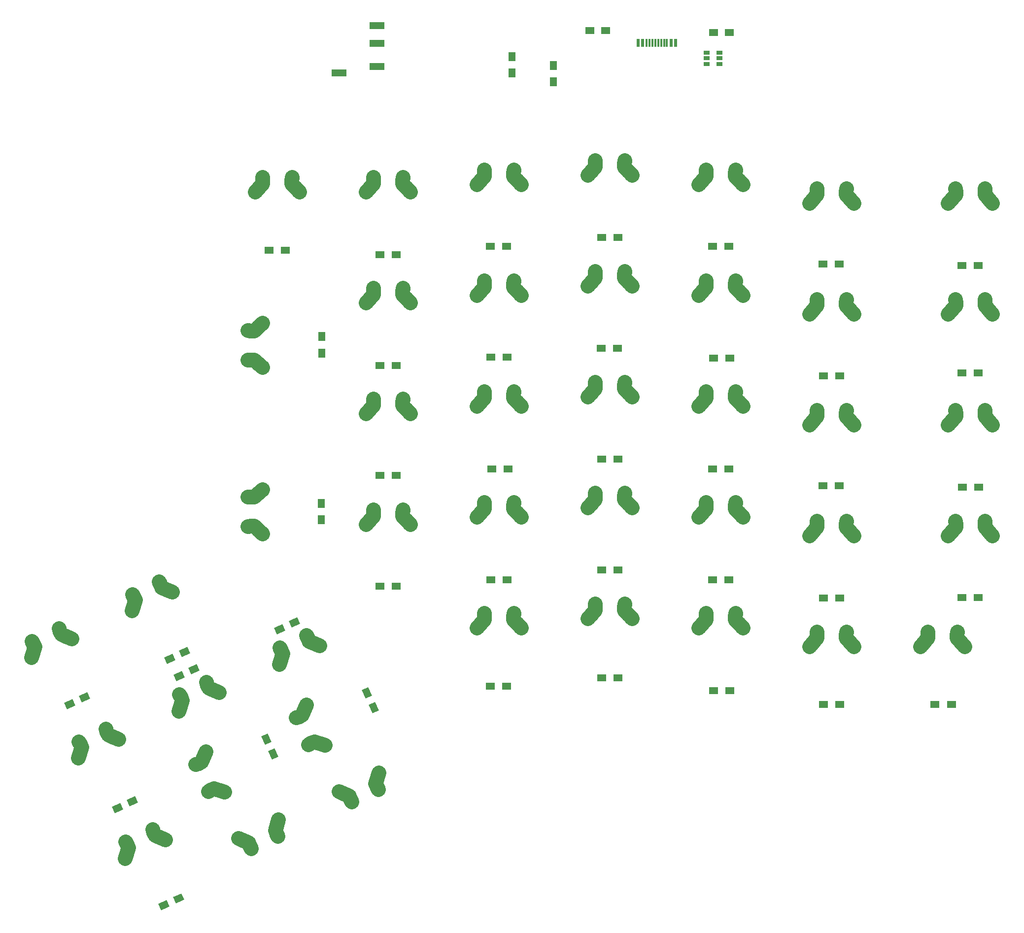
<source format=gtp>
G04 #@! TF.GenerationSoftware,KiCad,Pcbnew,(5.0.2)-1*
G04 #@! TF.CreationDate,2019-04-21T13:46:39+05:30*
G04 #@! TF.ProjectId,ErgodoxBle,4572676f-646f-4784-926c-652e6b696361,rev?*
G04 #@! TF.SameCoordinates,Original*
G04 #@! TF.FileFunction,Paste,Top*
G04 #@! TF.FilePolarity,Positive*
%FSLAX46Y46*%
G04 Gerber Fmt 4.6, Leading zero omitted, Abs format (unit mm)*
G04 Created by KiCad (PCBNEW (5.0.2)-1) date 4/21/2019 1:46:39 PM*
%MOMM*%
%LPD*%
G01*
G04 APERTURE LIST*
%ADD10R,0.300000X1.450000*%
%ADD11R,0.600000X1.450000*%
%ADD12C,2.500000*%
%ADD13C,2.500000*%
%ADD14C,1.200000*%
%ADD15C,0.100000*%
%ADD16R,1.600000X1.200000*%
%ADD17R,1.200000X1.600000*%
%ADD18R,1.500000X1.200000*%
%ADD19R,2.500000X1.200000*%
%ADD20R,1.060000X0.650000*%
G04 APERTURE END LIST*
D10*
G04 #@! TO.C,USB_C1*
X137826560Y-36917700D03*
X137326560Y-36917700D03*
X136826560Y-36917700D03*
X138326560Y-36917700D03*
X136326560Y-36917700D03*
X138826560Y-36917700D03*
X135826560Y-36917700D03*
X139326560Y-36917700D03*
D11*
X140026560Y-36917700D03*
X135126560Y-36917700D03*
X140801560Y-36917700D03*
X134351560Y-36917700D03*
G04 #@! TD*
D12*
G04 #@! TO.C,SW3:13*
X193972500Y-100312660D03*
D13*
X193992499Y-100022660D02*
X193952501Y-100602660D01*
D12*
X188297500Y-101832660D03*
D13*
X187642505Y-102562664D02*
X188952495Y-101102656D01*
D12*
X188932500Y-100312660D03*
D13*
X188912501Y-100022660D02*
X188952499Y-100602660D01*
D12*
X194607500Y-101832660D03*
D13*
X195262495Y-102562664D02*
X193952505Y-101102656D01*
G04 #@! TD*
D12*
G04 #@! TO.C,SW2:13*
X193972500Y-119362660D03*
D13*
X193992499Y-119072660D02*
X193952501Y-119652660D01*
D12*
X188297500Y-120882660D03*
D13*
X187642505Y-121612664D02*
X188952495Y-120152656D01*
D12*
X188932500Y-119362660D03*
D13*
X188912501Y-119072660D02*
X188952499Y-119652660D01*
D12*
X194607500Y-120882660D03*
D13*
X195262495Y-121612664D02*
X193952505Y-120152656D01*
G04 #@! TD*
D14*
G04 #@! TO.C,D0:1*
X52901749Y-185140446D03*
D15*
G36*
X52430274Y-186022325D02*
X51923132Y-184934756D01*
X53373224Y-184258567D01*
X53880366Y-185346136D01*
X52430274Y-186022325D01*
X52430274Y-186022325D01*
G37*
D14*
X55439411Y-183957114D03*
D15*
G36*
X54967936Y-184838993D02*
X54460794Y-183751424D01*
X55910886Y-183075235D01*
X56418028Y-184162804D01*
X54967936Y-184838993D01*
X54967936Y-184838993D01*
G37*
G04 #@! TD*
D14*
G04 #@! TO.C,D0:2*
X70487788Y-156587000D03*
D15*
G36*
X71369667Y-157058475D02*
X70282098Y-157565617D01*
X69605909Y-156115525D01*
X70693478Y-155608383D01*
X71369667Y-157058475D01*
X71369667Y-157058475D01*
G37*
D14*
X71671120Y-159124662D03*
D15*
G36*
X72552999Y-159596137D02*
X71465430Y-160103279D01*
X70789241Y-158653187D01*
X71876810Y-158146045D01*
X72552999Y-159596137D01*
X72552999Y-159596137D01*
G37*
G04 #@! TD*
D14*
G04 #@! TO.C,D0:3*
X88983666Y-151128831D03*
D15*
G36*
X89865545Y-151600306D02*
X88777976Y-152107448D01*
X88101787Y-150657356D01*
X89189356Y-150150214D01*
X89865545Y-151600306D01*
X89865545Y-151600306D01*
G37*
D14*
X87800334Y-148591169D03*
D15*
G36*
X88682213Y-149062644D02*
X87594644Y-149569786D01*
X86918455Y-148119694D01*
X88006024Y-147612552D01*
X88682213Y-149062644D01*
X88682213Y-149062644D01*
G37*
G04 #@! TD*
D14*
G04 #@! TO.C,D0:4*
X47476600Y-167261788D03*
D15*
G36*
X47005125Y-168143667D02*
X46497983Y-167056098D01*
X47948075Y-166379909D01*
X48455217Y-167467478D01*
X47005125Y-168143667D01*
X47005125Y-168143667D01*
G37*
D14*
X44938938Y-168445120D03*
D15*
G36*
X44467463Y-169326999D02*
X43960321Y-168239430D01*
X45410413Y-167563241D01*
X45917555Y-168650810D01*
X44467463Y-169326999D01*
X44467463Y-169326999D01*
G37*
G04 #@! TD*
D14*
G04 #@! TO.C,D0:5*
X53905138Y-142765720D03*
D15*
G36*
X53433663Y-143647599D02*
X52926521Y-142560030D01*
X54376613Y-141883841D01*
X54883755Y-142971410D01*
X53433663Y-143647599D01*
X53433663Y-143647599D01*
G37*
D14*
X56442800Y-141582388D03*
D15*
G36*
X55971325Y-142464267D02*
X55464183Y-141376698D01*
X56914275Y-140700509D01*
X57421417Y-141788078D01*
X55971325Y-142464267D01*
X55971325Y-142464267D01*
G37*
G04 #@! TD*
D14*
G04 #@! TO.C,D0:6*
X39241831Y-149395334D03*
D15*
G36*
X38770356Y-150277213D02*
X38263214Y-149189644D01*
X39713306Y-148513455D01*
X40220448Y-149601024D01*
X38770356Y-150277213D01*
X38770356Y-150277213D01*
G37*
D14*
X36704169Y-150578666D03*
D15*
G36*
X36232694Y-151460545D02*
X35725552Y-150372976D01*
X37175644Y-149696787D01*
X37682786Y-150784356D01*
X36232694Y-151460545D01*
X36232694Y-151460545D01*
G37*
G04 #@! TD*
D16*
G04 #@! TO.C,D1:0*
X188183980Y-150588980D03*
X185383980Y-150588980D03*
G04 #@! TD*
G04 #@! TO.C,D1:2*
X150117000Y-148209000D03*
X147317000Y-148209000D03*
G04 #@! TD*
G04 #@! TO.C,D1:3*
X128140000Y-146050000D03*
X130940000Y-146050000D03*
G04 #@! TD*
G04 #@! TO.C,D1:4*
X111763000Y-147447000D03*
X108963000Y-147447000D03*
G04 #@! TD*
D14*
G04 #@! TO.C,D1:5*
X75309831Y-136484668D03*
D15*
G36*
X74838356Y-137366547D02*
X74331214Y-136278978D01*
X75781306Y-135602789D01*
X76288448Y-136690358D01*
X74838356Y-137366547D01*
X74838356Y-137366547D01*
G37*
D14*
X72772169Y-137668000D03*
D15*
G36*
X72300694Y-138549879D02*
X71793552Y-137462310D01*
X73243644Y-136786121D01*
X73750786Y-137873690D01*
X72300694Y-138549879D01*
X72300694Y-138549879D01*
G37*
G04 #@! TD*
D14*
G04 #@! TO.C,D1:6*
X55500169Y-145752666D03*
D15*
G36*
X55028694Y-146634545D02*
X54521552Y-145546976D01*
X55971644Y-144870787D01*
X56478786Y-145958356D01*
X55028694Y-146634545D01*
X55028694Y-146634545D01*
G37*
D14*
X58037831Y-144569334D03*
D15*
G36*
X57566356Y-145451213D02*
X57059214Y-144363644D01*
X58509306Y-143687455D01*
X59016448Y-144775024D01*
X57566356Y-145451213D01*
X57566356Y-145451213D01*
G37*
G04 #@! TD*
D16*
G04 #@! TO.C,D1:!1*
X169040000Y-150563580D03*
X166240000Y-150563580D03*
G04 #@! TD*
G04 #@! TO.C,D2:0*
X189989000Y-132207000D03*
X192789000Y-132207000D03*
G04 #@! TD*
G04 #@! TO.C,D2:1*
X166240000Y-132334000D03*
X169040000Y-132334000D03*
G04 #@! TD*
G04 #@! TO.C,D2:2*
X149990000Y-129159000D03*
X147190000Y-129159000D03*
G04 #@! TD*
G04 #@! TO.C,D2:3*
X128140000Y-127508000D03*
X130940000Y-127508000D03*
G04 #@! TD*
G04 #@! TO.C,D2:4*
X111890000Y-129159000D03*
X109090000Y-129159000D03*
G04 #@! TD*
G04 #@! TO.C,D2:5*
X90040000Y-130302000D03*
X92840000Y-130302000D03*
G04 #@! TD*
D17*
G04 #@! TO.C,D2:6*
X79959200Y-116049600D03*
X79959200Y-118849600D03*
G04 #@! TD*
D16*
G04 #@! TO.C,D3:0*
X192916000Y-113284000D03*
X190116000Y-113284000D03*
G04 #@! TD*
G04 #@! TO.C,D3:1*
X166113000Y-113030000D03*
X168913000Y-113030000D03*
G04 #@! TD*
G04 #@! TO.C,D3:2*
X149990000Y-110109000D03*
X147190000Y-110109000D03*
G04 #@! TD*
G04 #@! TO.C,D3:3*
X128140000Y-108458000D03*
X130940000Y-108458000D03*
G04 #@! TD*
G04 #@! TO.C,D3:4*
X112017000Y-110109000D03*
X109217000Y-110109000D03*
G04 #@! TD*
G04 #@! TO.C,D3:5*
X90040000Y-111252000D03*
X92840000Y-111252000D03*
G04 #@! TD*
G04 #@! TO.C,D4:0*
X192763600Y-93599000D03*
X189963600Y-93599000D03*
G04 #@! TD*
G04 #@! TO.C,D4:1*
X166240000Y-94107000D03*
X169040000Y-94107000D03*
G04 #@! TD*
G04 #@! TO.C,D4:2*
X150117000Y-91059000D03*
X147317000Y-91059000D03*
G04 #@! TD*
G04 #@! TO.C,D4:3*
X128013000Y-89408000D03*
X130813000Y-89408000D03*
G04 #@! TD*
G04 #@! TO.C,D4:4*
X111890000Y-90932000D03*
X109090000Y-90932000D03*
G04 #@! TD*
G04 #@! TO.C,D4:5*
X90040000Y-92329000D03*
X92840000Y-92329000D03*
G04 #@! TD*
D17*
G04 #@! TO.C,D4:6*
X80010000Y-87398400D03*
X80010000Y-90198400D03*
G04 #@! TD*
D16*
G04 #@! TO.C,D5:0*
X189989000Y-75184000D03*
X192789000Y-75184000D03*
G04 #@! TD*
G04 #@! TO.C,D5:1*
X168913000Y-74930000D03*
X166113000Y-74930000D03*
G04 #@! TD*
G04 #@! TO.C,D5:2*
X147190000Y-71882000D03*
X149990000Y-71882000D03*
G04 #@! TD*
G04 #@! TO.C,D5:3*
X130940000Y-70358000D03*
X128140000Y-70358000D03*
G04 #@! TD*
G04 #@! TO.C,D5:4*
X108963000Y-71882000D03*
X111763000Y-71882000D03*
G04 #@! TD*
G04 #@! TO.C,D5:5*
X92840000Y-73279000D03*
X90040000Y-73279000D03*
G04 #@! TD*
G04 #@! TO.C,D5:6*
X70990000Y-72517000D03*
X73790000Y-72517000D03*
G04 #@! TD*
D12*
G04 #@! TO.C,SW0:7*
X34958494Y-137862488D03*
D13*
X34854060Y-137591207D02*
X35062928Y-138133769D01*
D12*
X30457577Y-141638434D03*
D13*
X30172463Y-142576856D02*
X30742691Y-140700012D01*
D12*
X30390703Y-139992484D03*
D13*
X30250018Y-139738107D02*
X30531388Y-140246861D01*
D12*
X36176379Y-138971713D03*
D13*
X37078520Y-139356509D02*
X35274238Y-138586917D01*
G04 #@! TD*
D12*
G04 #@! TO.C,SW0:8*
X52222874Y-129813228D03*
D13*
X52118440Y-129541947D02*
X52327308Y-130084509D01*
D12*
X47721957Y-133589174D03*
D13*
X47436843Y-134527596D02*
X48007071Y-132650752D01*
D12*
X47655083Y-131943224D03*
D13*
X47514398Y-131688847D02*
X47795768Y-132197601D01*
D12*
X53440759Y-130922453D03*
D13*
X54342900Y-131307249D02*
X52538618Y-130537657D01*
G04 #@! TD*
D12*
G04 #@! TO.C,SW0:9*
X44225639Y-156236093D03*
D13*
X45127780Y-156620889D02*
X43323498Y-155851297D01*
D12*
X38439963Y-157256864D03*
D13*
X38299278Y-157002487D02*
X38580648Y-157511241D01*
D12*
X38506837Y-158902814D03*
D13*
X38221723Y-159841236D02*
X38791951Y-157964392D01*
D12*
X43007754Y-155126868D03*
D13*
X42903320Y-154855587D02*
X43112188Y-155398149D01*
G04 #@! TD*
D12*
G04 #@! TO.C,SW0:10*
X77005873Y-151588041D03*
D13*
X77390669Y-150685900D02*
X76621077Y-152490182D01*
D12*
X78026644Y-157373717D03*
D13*
X77772267Y-157514402D02*
X78281021Y-157233032D01*
D12*
X79672594Y-157306843D03*
D13*
X80611016Y-157591957D02*
X78734172Y-157021729D01*
D12*
X75896648Y-152805926D03*
D13*
X75625367Y-152910360D02*
X76167929Y-152701492D01*
G04 #@! TD*
D12*
G04 #@! TO.C,SW0:11*
X58632268Y-160857726D03*
D13*
X58360987Y-160962160D02*
X58903549Y-160753292D01*
D12*
X62408214Y-165358643D03*
D13*
X63346636Y-165643757D02*
X61469792Y-165073529D01*
D12*
X60762264Y-165425517D03*
D13*
X60507887Y-165566202D02*
X61016641Y-165284832D01*
D12*
X59741493Y-159639841D03*
D13*
X60126289Y-158737700D02*
X59356697Y-160541982D01*
G04 #@! TD*
D12*
G04 #@! TO.C,SW0:12*
X52277439Y-173503013D03*
D13*
X53179580Y-173887809D02*
X51375298Y-173118217D01*
D12*
X46491763Y-174523784D03*
D13*
X46351078Y-174269407D02*
X46632448Y-174778161D01*
D12*
X46558637Y-176169734D03*
D13*
X46273523Y-177108156D02*
X46843751Y-175231312D01*
D12*
X51059554Y-172393788D03*
D13*
X50955120Y-172122507D02*
X51163988Y-172665069D01*
G04 #@! TD*
D12*
G04 #@! TO.C,SW1:9*
X113010000Y-135237660D03*
D13*
X113029999Y-134947660D02*
X112990001Y-135527660D01*
D12*
X107335000Y-136757660D03*
D13*
X106680005Y-137487664D02*
X107989995Y-136027656D01*
D12*
X107970000Y-135237660D03*
D13*
X107950001Y-134947660D02*
X107989999Y-135527660D01*
D12*
X113645000Y-136757660D03*
D13*
X114299995Y-137487664D02*
X112990005Y-136027656D01*
G04 #@! TD*
D12*
G04 #@! TO.C,SW1:10*
X132695000Y-135160000D03*
D13*
X133349995Y-135890004D02*
X132040005Y-134429996D01*
D12*
X127020000Y-133640000D03*
D13*
X127000001Y-133350000D02*
X127039999Y-133930000D01*
D12*
X126385000Y-135160000D03*
D13*
X125730005Y-135890004D02*
X127039995Y-134429996D01*
D12*
X132060000Y-133640000D03*
D13*
X132079999Y-133350000D02*
X132040001Y-133930000D01*
G04 #@! TD*
D12*
G04 #@! TO.C,SW1:11*
X151110000Y-135237660D03*
D13*
X151129999Y-134947660D02*
X151090001Y-135527660D01*
D12*
X145435000Y-136757660D03*
D13*
X144780005Y-137487664D02*
X146089995Y-136027656D01*
D12*
X146070000Y-135237660D03*
D13*
X146050001Y-134947660D02*
X146089999Y-135527660D01*
D12*
X151745000Y-136757660D03*
D13*
X152399995Y-137487664D02*
X151090005Y-136027656D01*
G04 #@! TD*
D12*
G04 #@! TO.C,SW1:12*
X170795000Y-139932660D03*
D13*
X171449995Y-140662664D02*
X170140005Y-139202656D01*
D12*
X165120000Y-138412660D03*
D13*
X165100001Y-138122660D02*
X165139999Y-138702660D01*
D12*
X164485000Y-139932660D03*
D13*
X163830005Y-140662664D02*
X165139995Y-139202656D01*
D12*
X170160000Y-138412660D03*
D13*
X170179999Y-138122660D02*
X170140001Y-138702660D01*
G04 #@! TD*
D12*
G04 #@! TO.C,SW1:13*
X189845000Y-139932660D03*
D13*
X190499995Y-140662664D02*
X189190005Y-139202656D01*
D12*
X184170000Y-138412660D03*
D13*
X184150001Y-138122660D02*
X184189999Y-138702660D01*
D12*
X183535000Y-139932660D03*
D13*
X182880005Y-140662664D02*
X184189995Y-139202656D01*
D12*
X189210000Y-138412660D03*
D13*
X189229999Y-138122660D02*
X189190001Y-138702660D01*
G04 #@! TD*
D12*
G04 #@! TO.C,SW2:7*
X69120000Y-114330160D03*
D13*
X69850004Y-113675165D02*
X68389996Y-114985155D01*
D12*
X67600000Y-120005160D03*
D13*
X67310000Y-120025159D02*
X67890000Y-119985161D01*
D12*
X69120000Y-120640160D03*
D13*
X69850004Y-121295155D02*
X68389996Y-119985165D01*
D12*
X67600000Y-114965160D03*
D13*
X67310000Y-114945161D02*
X67890000Y-114985159D01*
G04 #@! TD*
D12*
G04 #@! TO.C,SW2:8*
X94595000Y-118977660D03*
D13*
X95249995Y-119707664D02*
X93940005Y-118247656D01*
D12*
X88920000Y-117457660D03*
D13*
X88900001Y-117167660D02*
X88939999Y-117747660D01*
D12*
X88285000Y-118977660D03*
D13*
X87630005Y-119707664D02*
X88939995Y-118247656D01*
D12*
X93960000Y-117457660D03*
D13*
X93979999Y-117167660D02*
X93940001Y-117747660D01*
G04 #@! TD*
D12*
G04 #@! TO.C,SW2:9*
X113010000Y-116187660D03*
D13*
X113029999Y-115897660D02*
X112990001Y-116477660D01*
D12*
X107335000Y-117707660D03*
D13*
X106680005Y-118437664D02*
X107989995Y-116977656D01*
D12*
X107970000Y-116187660D03*
D13*
X107950001Y-115897660D02*
X107989999Y-116477660D01*
D12*
X113645000Y-117707660D03*
D13*
X114299995Y-118437664D02*
X112990005Y-116977656D01*
G04 #@! TD*
D12*
G04 #@! TO.C,SW2:10*
X132695000Y-116110000D03*
D13*
X133349995Y-116840004D02*
X132040005Y-115379996D01*
D12*
X127020000Y-114590000D03*
D13*
X127000001Y-114300000D02*
X127039999Y-114880000D01*
D12*
X126385000Y-116110000D03*
D13*
X125730005Y-116840004D02*
X127039995Y-115379996D01*
D12*
X132060000Y-114590000D03*
D13*
X132079999Y-114300000D02*
X132040001Y-114880000D01*
G04 #@! TD*
D12*
G04 #@! TO.C,SW2:11*
X151745000Y-117707660D03*
D13*
X152399995Y-118437664D02*
X151090005Y-116977656D01*
D12*
X146070000Y-116187660D03*
D13*
X146050001Y-115897660D02*
X146089999Y-116477660D01*
D12*
X145435000Y-117707660D03*
D13*
X144780005Y-118437664D02*
X146089995Y-116977656D01*
D12*
X151110000Y-116187660D03*
D13*
X151129999Y-115897660D02*
X151090001Y-116477660D01*
G04 #@! TD*
D12*
G04 #@! TO.C,SW2:12*
X170795000Y-120882660D03*
D13*
X171449995Y-121612664D02*
X170140005Y-120152656D01*
D12*
X165120000Y-119362660D03*
D13*
X165100001Y-119072660D02*
X165139999Y-119652660D01*
D12*
X164485000Y-120882660D03*
D13*
X163830005Y-121612664D02*
X165139995Y-120152656D01*
D12*
X170160000Y-119362660D03*
D13*
X170179999Y-119072660D02*
X170140001Y-119652660D01*
G04 #@! TD*
D12*
G04 #@! TO.C,SW3:8*
X93960000Y-98407660D03*
D13*
X93979999Y-98117660D02*
X93940001Y-98697660D01*
D12*
X88285000Y-99927660D03*
D13*
X87630005Y-100657664D02*
X88939995Y-99197656D01*
D12*
X88920000Y-98407660D03*
D13*
X88900001Y-98117660D02*
X88939999Y-98697660D01*
D12*
X94595000Y-99927660D03*
D13*
X95249995Y-100657664D02*
X93940005Y-99197656D01*
G04 #@! TD*
D12*
G04 #@! TO.C,SW3:9*
X113010000Y-97137660D03*
D13*
X113029999Y-96847660D02*
X112990001Y-97427660D01*
D12*
X107335000Y-98657660D03*
D13*
X106680005Y-99387664D02*
X107989995Y-97927656D01*
D12*
X107970000Y-97137660D03*
D13*
X107950001Y-96847660D02*
X107989999Y-97427660D01*
D12*
X113645000Y-98657660D03*
D13*
X114299995Y-99387664D02*
X112990005Y-97927656D01*
G04 #@! TD*
D12*
G04 #@! TO.C,SW3:10*
X132060000Y-95540000D03*
D13*
X132079999Y-95250000D02*
X132040001Y-95830000D01*
D12*
X126385000Y-97060000D03*
D13*
X125730005Y-97790004D02*
X127039995Y-96329996D01*
D12*
X127020000Y-95540000D03*
D13*
X127000001Y-95250000D02*
X127039999Y-95830000D01*
D12*
X132695000Y-97060000D03*
D13*
X133349995Y-97790004D02*
X132040005Y-96329996D01*
G04 #@! TD*
D12*
G04 #@! TO.C,SW3:11*
X151745000Y-98657660D03*
D13*
X152399995Y-99387664D02*
X151090005Y-97927656D01*
D12*
X146070000Y-97137660D03*
D13*
X146050001Y-96847660D02*
X146089999Y-97427660D01*
D12*
X145435000Y-98657660D03*
D13*
X144780005Y-99387664D02*
X146089995Y-97927656D01*
D12*
X151110000Y-97137660D03*
D13*
X151129999Y-96847660D02*
X151090001Y-97427660D01*
G04 #@! TD*
D12*
G04 #@! TO.C,SW3:12*
X170160000Y-100312660D03*
D13*
X170179999Y-100022660D02*
X170140001Y-100602660D01*
D12*
X164485000Y-101832660D03*
D13*
X163830005Y-102562664D02*
X165139995Y-101102656D01*
D12*
X165120000Y-100312660D03*
D13*
X165100001Y-100022660D02*
X165139999Y-100602660D01*
D12*
X170795000Y-101832660D03*
D13*
X171449995Y-102562664D02*
X170140005Y-101102656D01*
G04 #@! TD*
D12*
G04 #@! TO.C,SW4:7*
X69120000Y-85755160D03*
D13*
X69850004Y-85100165D02*
X68389996Y-86410155D01*
D12*
X67600000Y-91430160D03*
D13*
X67310000Y-91450159D02*
X67890000Y-91410161D01*
D12*
X69120000Y-92065160D03*
D13*
X69850004Y-92720155D02*
X68389996Y-91410165D01*
D12*
X67600000Y-86390160D03*
D13*
X67310000Y-86370161D02*
X67890000Y-86410159D01*
G04 #@! TD*
D12*
G04 #@! TO.C,SW4:8*
X93960000Y-79357660D03*
D13*
X93979999Y-79067660D02*
X93940001Y-79647660D01*
D12*
X88285000Y-80877660D03*
D13*
X87630005Y-81607664D02*
X88939995Y-80147656D01*
D12*
X88920000Y-79357660D03*
D13*
X88900001Y-79067660D02*
X88939999Y-79647660D01*
D12*
X94595000Y-80877660D03*
D13*
X95249995Y-81607664D02*
X93940005Y-80147656D01*
G04 #@! TD*
D12*
G04 #@! TO.C,SW4:9*
X113645000Y-79607660D03*
D13*
X114299995Y-80337664D02*
X112990005Y-78877656D01*
D12*
X107970000Y-78087660D03*
D13*
X107950001Y-77797660D02*
X107989999Y-78377660D01*
D12*
X107335000Y-79607660D03*
D13*
X106680005Y-80337664D02*
X107989995Y-78877656D01*
D12*
X113010000Y-78087660D03*
D13*
X113029999Y-77797660D02*
X112990001Y-78377660D01*
G04 #@! TD*
D12*
G04 #@! TO.C,SW4:10*
X132695000Y-78010000D03*
D13*
X133349995Y-78740004D02*
X132040005Y-77279996D01*
D12*
X127020000Y-76490000D03*
D13*
X127000001Y-76200000D02*
X127039999Y-76780000D01*
D12*
X126385000Y-78010000D03*
D13*
X125730005Y-78740004D02*
X127039995Y-77279996D01*
D12*
X132060000Y-76490000D03*
D13*
X132079999Y-76200000D02*
X132040001Y-76780000D01*
G04 #@! TD*
D12*
G04 #@! TO.C,SW4:11*
X151110000Y-78087660D03*
D13*
X151129999Y-77797660D02*
X151090001Y-78377660D01*
D12*
X145435000Y-79607660D03*
D13*
X144780005Y-80337664D02*
X146089995Y-78877656D01*
D12*
X146070000Y-78087660D03*
D13*
X146050001Y-77797660D02*
X146089999Y-78377660D01*
D12*
X151745000Y-79607660D03*
D13*
X152399995Y-80337664D02*
X151090005Y-78877656D01*
G04 #@! TD*
D12*
G04 #@! TO.C,SW4:12*
X170795000Y-82782660D03*
D13*
X171449995Y-83512664D02*
X170140005Y-82052656D01*
D12*
X165120000Y-81262660D03*
D13*
X165100001Y-80972660D02*
X165139999Y-81552660D01*
D12*
X164485000Y-82782660D03*
D13*
X163830005Y-83512664D02*
X165139995Y-82052656D01*
D12*
X170160000Y-81262660D03*
D13*
X170179999Y-80972660D02*
X170140001Y-81552660D01*
G04 #@! TD*
D12*
G04 #@! TO.C,SW4:13*
X194607500Y-82782660D03*
D13*
X195262495Y-83512664D02*
X193952505Y-82052656D01*
D12*
X188932500Y-81262660D03*
D13*
X188912501Y-80972660D02*
X188952499Y-81552660D01*
D12*
X188297500Y-82782660D03*
D13*
X187642505Y-83512664D02*
X188952495Y-82052656D01*
D12*
X193972500Y-81262660D03*
D13*
X193992499Y-80972660D02*
X193952501Y-81552660D01*
G04 #@! TD*
D12*
G04 #@! TO.C,SW5:7*
X75545000Y-61830200D03*
D13*
X76199995Y-62560204D02*
X74890005Y-61100196D01*
D12*
X69870000Y-60310200D03*
D13*
X69850001Y-60020200D02*
X69889999Y-60600200D01*
D12*
X69235000Y-61830200D03*
D13*
X68580005Y-62560204D02*
X69889995Y-61100196D01*
D12*
X74910000Y-60310200D03*
D13*
X74929999Y-60020200D02*
X74890001Y-60600200D01*
G04 #@! TD*
D12*
G04 #@! TO.C,SW5:8*
X93960000Y-60310200D03*
D13*
X93979999Y-60020200D02*
X93940001Y-60600200D01*
D12*
X88285000Y-61830200D03*
D13*
X87630005Y-62560204D02*
X88939995Y-61100196D01*
D12*
X88920000Y-60310200D03*
D13*
X88900001Y-60020200D02*
X88939999Y-60600200D01*
D12*
X94595000Y-61830200D03*
D13*
X95249995Y-62560204D02*
X93940005Y-61100196D01*
G04 #@! TD*
D12*
G04 #@! TO.C,SW5:9*
X113645000Y-60557660D03*
D13*
X114299995Y-61287664D02*
X112990005Y-59827656D01*
D12*
X107970000Y-59037660D03*
D13*
X107950001Y-58747660D02*
X107989999Y-59327660D01*
D12*
X107335000Y-60557660D03*
D13*
X106680005Y-61287664D02*
X107989995Y-59827656D01*
D12*
X113010000Y-59037660D03*
D13*
X113029999Y-58747660D02*
X112990001Y-59327660D01*
G04 #@! TD*
D12*
G04 #@! TO.C,SW5:10*
X132060000Y-57440000D03*
D13*
X132079999Y-57150000D02*
X132040001Y-57730000D01*
D12*
X126385000Y-58960000D03*
D13*
X125730005Y-59690004D02*
X127039995Y-58229996D01*
D12*
X127020000Y-57440000D03*
D13*
X127000001Y-57150000D02*
X127039999Y-57730000D01*
D12*
X132695000Y-58960000D03*
D13*
X133349995Y-59690004D02*
X132040005Y-58229996D01*
G04 #@! TD*
D12*
G04 #@! TO.C,SW5:11*
X151745000Y-60557660D03*
D13*
X152399995Y-61287664D02*
X151090005Y-59827656D01*
D12*
X146070000Y-59037660D03*
D13*
X146050001Y-58747660D02*
X146089999Y-59327660D01*
D12*
X145435000Y-60557660D03*
D13*
X144780005Y-61287664D02*
X146089995Y-59827656D01*
D12*
X151110000Y-59037660D03*
D13*
X151129999Y-58747660D02*
X151090001Y-59327660D01*
G04 #@! TD*
D12*
G04 #@! TO.C,SW5:12*
X170160000Y-62215200D03*
D13*
X170179999Y-61925200D02*
X170140001Y-62505200D01*
D12*
X164485000Y-63735200D03*
D13*
X163830005Y-64465204D02*
X165139995Y-63005196D01*
D12*
X165120000Y-62215200D03*
D13*
X165100001Y-61925200D02*
X165139999Y-62505200D01*
D12*
X170795000Y-63735200D03*
D13*
X171449995Y-64465204D02*
X170140005Y-63005196D01*
G04 #@! TD*
D12*
G04 #@! TO.C,SW5:13*
X193972500Y-62215200D03*
D13*
X193992499Y-61925200D02*
X193952501Y-62505200D01*
D12*
X188297500Y-63735200D03*
D13*
X187642505Y-64465204D02*
X188952495Y-63005196D01*
D12*
X188932500Y-62215200D03*
D13*
X188912501Y-61925200D02*
X188952499Y-62505200D01*
D12*
X194607500Y-63735200D03*
D13*
X195262495Y-64465204D02*
X193952505Y-63005196D01*
G04 #@! TD*
D12*
G04 #@! TO.C,SX0:10*
X85071746Y-167105152D03*
D13*
X85176180Y-167376433D02*
X84967312Y-166833871D01*
D12*
X89572663Y-163329206D03*
D13*
X89857777Y-162390784D02*
X89287549Y-164267628D01*
D12*
X89639537Y-164975156D03*
D13*
X89780222Y-165229533D02*
X89498852Y-164720779D01*
D12*
X83853861Y-165995927D03*
D13*
X82951720Y-165611131D02*
X84756002Y-166380723D01*
G04 #@! TD*
D12*
G04 #@! TO.C,SX0:11*
X66586941Y-174045187D03*
D13*
X65684800Y-173660391D02*
X67489082Y-174429983D01*
D12*
X72372617Y-173024416D03*
D13*
X72513302Y-173278793D02*
X72231932Y-172770039D01*
D12*
X72305743Y-171378466D03*
D13*
X72590857Y-170440044D02*
X72020629Y-172316888D01*
D12*
X67804826Y-175154412D03*
D13*
X67909260Y-175425693D02*
X67700392Y-174883131D01*
G04 #@! TD*
D12*
G04 #@! TO.C,SX1:7*
X61492559Y-148186833D03*
D13*
X62394700Y-148571629D02*
X60590418Y-147802037D01*
D12*
X55706883Y-149207604D03*
D13*
X55566198Y-148953227D02*
X55847568Y-149461981D01*
D12*
X55773757Y-150853554D03*
D13*
X55488643Y-151791976D02*
X56058871Y-149915132D01*
D12*
X60274674Y-147077608D03*
D13*
X60170240Y-146806327D02*
X60379108Y-147348889D01*
G04 #@! TD*
D12*
G04 #@! TO.C,SX1:8*
X77539054Y-139025808D03*
D13*
X77434620Y-138754527D02*
X77643488Y-139297089D01*
D12*
X73038137Y-142801754D03*
D13*
X72753023Y-143740176D02*
X73323251Y-141863332D01*
D12*
X72971263Y-141155804D03*
D13*
X72830578Y-140901427D02*
X73111948Y-141410181D01*
D12*
X78756939Y-140135033D03*
D13*
X79659080Y-140519829D02*
X77854798Y-139750237D01*
G04 #@! TD*
D18*
G04 #@! TO.C,R_cc1*
X150049220Y-35148520D03*
X147349220Y-35148520D03*
G04 #@! TD*
G04 #@! TO.C,R_cc2*
X128781800Y-34747200D03*
X126081800Y-34747200D03*
G04 #@! TD*
D19*
G04 #@! TO.C,J_Audio_B1*
X89465220Y-33964880D03*
X89465220Y-36964880D03*
X89465220Y-40964880D03*
X82965220Y-42064880D03*
G04 #@! TD*
D17*
G04 #@! TO.C,D_RAW1*
X119814340Y-40776700D03*
X119814340Y-43576700D03*
G04 #@! TD*
G04 #@! TO.C,D_USB_HEADER1*
X112676940Y-42034920D03*
X112676940Y-39234920D03*
G04 #@! TD*
D20*
G04 #@! TO.C,U_ESD1*
X148351420Y-40502880D03*
X148351420Y-39552880D03*
X148351420Y-38602880D03*
X146151420Y-38602880D03*
X146151420Y-40502880D03*
X146151420Y-39552880D03*
G04 #@! TD*
M02*

</source>
